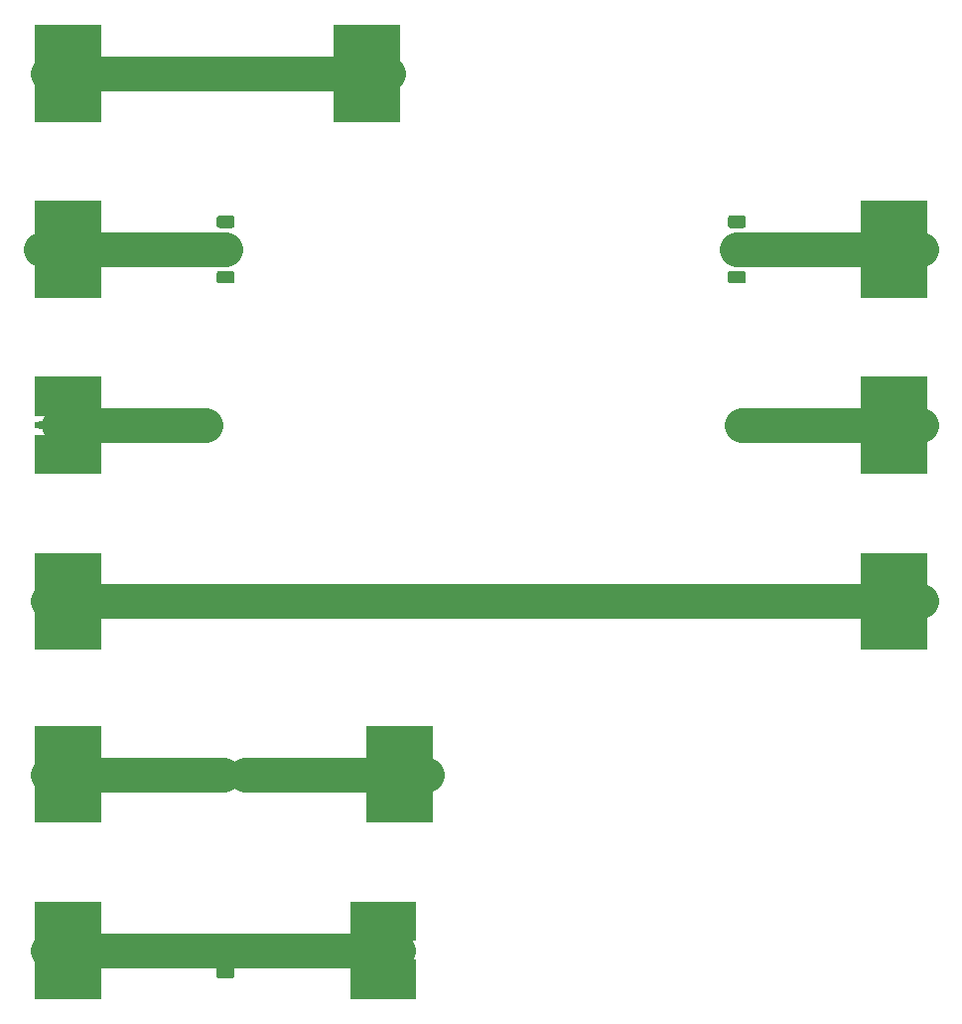
<source format=gts>
G04 #@! TF.GenerationSoftware,KiCad,Pcbnew,(5.1.5)-2*
G04 #@! TF.CreationDate,2020-02-16T11:04:41+01:00*
G04 #@! TF.ProjectId,OSHPark_4Layers_trl-board_v0_1,4f534850-6172-46b5-9f34-4c6179657273,rev?*
G04 #@! TF.SameCoordinates,Original*
G04 #@! TF.FileFunction,Soldermask,Top*
G04 #@! TF.FilePolarity,Negative*
%FSLAX46Y46*%
G04 Gerber Fmt 4.6, Leading zero omitted, Abs format (unit mm)*
G04 Created by KiCad (PCBNEW (5.1.5)-2) date 2020-02-16 11:04:41*
%MOMM*%
%LPD*%
G04 APERTURE LIST*
%ADD10C,3.000000*%
%ADD11C,0.645160*%
%ADD12C,0.152400*%
G04 APERTURE END LIST*
D10*
X199175500Y-105250000D02*
X183420000Y-105250000D01*
X199200000Y-165000000D02*
X213900000Y-165000000D01*
D11*
X214955500Y-165000000D02*
X213900000Y-165000000D01*
D10*
X184000000Y-165000000D02*
X199200000Y-165000000D01*
X200862500Y-150000000D02*
X216385500Y-150000000D01*
X184000000Y-150000000D02*
X198987500Y-150000000D01*
X258555500Y-120250000D02*
X243250000Y-120250000D01*
X258555500Y-105250000D02*
X242800000Y-105250000D01*
D11*
X184000000Y-135250000D02*
X183440000Y-135250000D01*
D10*
X184000000Y-135250000D02*
X258555500Y-135250000D01*
D11*
X183444500Y-120250000D02*
X185000000Y-120250000D01*
D10*
X185000000Y-120250000D02*
X197500000Y-120250000D01*
X184000000Y-90250000D02*
X213100000Y-90250000D01*
D12*
G36*
X215451000Y-169127700D02*
G01*
X209811800Y-169127700D01*
X209811800Y-165799900D01*
X215451000Y-165799900D01*
X215451000Y-169127700D01*
G37*
G36*
X188588200Y-169127700D02*
G01*
X182949000Y-169127700D01*
X182949000Y-165799900D01*
X188588200Y-165799900D01*
X188588200Y-169127700D01*
G37*
G36*
X199764871Y-166341303D02*
G01*
X199808165Y-166354436D01*
X199848070Y-166375766D01*
X199883038Y-166404462D01*
X199911734Y-166439430D01*
X199933064Y-166479335D01*
X199946197Y-166522629D01*
X199951000Y-166571393D01*
X199951000Y-167178607D01*
X199946197Y-167227371D01*
X199933064Y-167270665D01*
X199911734Y-167310570D01*
X199883038Y-167345538D01*
X199848070Y-167374234D01*
X199808165Y-167395564D01*
X199764871Y-167408697D01*
X199716107Y-167413500D01*
X198683893Y-167413500D01*
X198635129Y-167408697D01*
X198591835Y-167395564D01*
X198551930Y-167374234D01*
X198516962Y-167345538D01*
X198488266Y-167310570D01*
X198466936Y-167270665D01*
X198453803Y-167227371D01*
X198449000Y-167178607D01*
X198449000Y-166571393D01*
X198453803Y-166522629D01*
X198466936Y-166479335D01*
X198488266Y-166439430D01*
X198516962Y-166404462D01*
X198551930Y-166375766D01*
X198591835Y-166354436D01*
X198635129Y-166341303D01*
X198683893Y-166336500D01*
X199716107Y-166336500D01*
X199764871Y-166341303D01*
G37*
G36*
X199764871Y-164466303D02*
G01*
X199808165Y-164479436D01*
X199848070Y-164500766D01*
X199883038Y-164529462D01*
X199911734Y-164564430D01*
X199933064Y-164604335D01*
X199946197Y-164647629D01*
X199951000Y-164696393D01*
X199951000Y-165303607D01*
X199946197Y-165352371D01*
X199933064Y-165395665D01*
X199911734Y-165435570D01*
X199883038Y-165470538D01*
X199848070Y-165499234D01*
X199808165Y-165520564D01*
X199764871Y-165533697D01*
X199716107Y-165538500D01*
X198683893Y-165538500D01*
X198635129Y-165533697D01*
X198591835Y-165520564D01*
X198551930Y-165499234D01*
X198516962Y-165470538D01*
X198488266Y-165435570D01*
X198466936Y-165395665D01*
X198453803Y-165352371D01*
X198449000Y-165303607D01*
X198449000Y-164696393D01*
X198453803Y-164647629D01*
X198466936Y-164604335D01*
X198488266Y-164564430D01*
X198516962Y-164529462D01*
X198551930Y-164500766D01*
X198591835Y-164479436D01*
X198635129Y-164466303D01*
X198683893Y-164461500D01*
X199716107Y-164461500D01*
X199764871Y-164466303D01*
G37*
G36*
X215451000Y-165254200D02*
G01*
X214460000Y-165254200D01*
X214460000Y-164745800D01*
X215451000Y-164745800D01*
X215451000Y-165254200D01*
G37*
G36*
X183940000Y-165254200D02*
G01*
X182949000Y-165254200D01*
X182949000Y-164745800D01*
X183940000Y-164745800D01*
X183940000Y-165254200D01*
G37*
G36*
X215451000Y-164200100D02*
G01*
X209811800Y-164200100D01*
X209811800Y-160872300D01*
X215451000Y-160872300D01*
X215451000Y-164200100D01*
G37*
G36*
X188588200Y-164200100D02*
G01*
X182949000Y-164200100D01*
X182949000Y-160872300D01*
X188588200Y-160872300D01*
X188588200Y-164200100D01*
G37*
G36*
X188588200Y-154127700D02*
G01*
X182949000Y-154127700D01*
X182949000Y-150799900D01*
X188588200Y-150799900D01*
X188588200Y-154127700D01*
G37*
G36*
X216881000Y-154127700D02*
G01*
X211241800Y-154127700D01*
X211241800Y-150799900D01*
X216881000Y-150799900D01*
X216881000Y-154127700D01*
G37*
G36*
X201214871Y-149253803D02*
G01*
X201258165Y-149266936D01*
X201298070Y-149288266D01*
X201333038Y-149316962D01*
X201361734Y-149351930D01*
X201383064Y-149391835D01*
X201396197Y-149435129D01*
X201401000Y-149483893D01*
X201401000Y-150516107D01*
X201396197Y-150564871D01*
X201383064Y-150608165D01*
X201361734Y-150648070D01*
X201333038Y-150683038D01*
X201298070Y-150711734D01*
X201258165Y-150733064D01*
X201214871Y-150746197D01*
X201166107Y-150751000D01*
X200558893Y-150751000D01*
X200510129Y-150746197D01*
X200466835Y-150733064D01*
X200426930Y-150711734D01*
X200391962Y-150683038D01*
X200363266Y-150648070D01*
X200341936Y-150608165D01*
X200328803Y-150564871D01*
X200324000Y-150516107D01*
X200324000Y-149483893D01*
X200328803Y-149435129D01*
X200341936Y-149391835D01*
X200363266Y-149351930D01*
X200391962Y-149316962D01*
X200426930Y-149288266D01*
X200466835Y-149266936D01*
X200510129Y-149253803D01*
X200558893Y-149249000D01*
X201166107Y-149249000D01*
X201214871Y-149253803D01*
G37*
G36*
X199339871Y-149253803D02*
G01*
X199383165Y-149266936D01*
X199423070Y-149288266D01*
X199458038Y-149316962D01*
X199486734Y-149351930D01*
X199508064Y-149391835D01*
X199521197Y-149435129D01*
X199526000Y-149483893D01*
X199526000Y-150516107D01*
X199521197Y-150564871D01*
X199508064Y-150608165D01*
X199486734Y-150648070D01*
X199458038Y-150683038D01*
X199423070Y-150711734D01*
X199383165Y-150733064D01*
X199339871Y-150746197D01*
X199291107Y-150751000D01*
X198683893Y-150751000D01*
X198635129Y-150746197D01*
X198591835Y-150733064D01*
X198551930Y-150711734D01*
X198516962Y-150683038D01*
X198488266Y-150648070D01*
X198466936Y-150608165D01*
X198453803Y-150564871D01*
X198449000Y-150516107D01*
X198449000Y-149483893D01*
X198453803Y-149435129D01*
X198466936Y-149391835D01*
X198488266Y-149351930D01*
X198516962Y-149316962D01*
X198551930Y-149288266D01*
X198591835Y-149266936D01*
X198635129Y-149253803D01*
X198683893Y-149249000D01*
X199291107Y-149249000D01*
X199339871Y-149253803D01*
G37*
G36*
X216881000Y-150254200D02*
G01*
X215890000Y-150254200D01*
X215890000Y-149745800D01*
X216881000Y-149745800D01*
X216881000Y-150254200D01*
G37*
G36*
X183940000Y-150254200D02*
G01*
X182949000Y-150254200D01*
X182949000Y-149745800D01*
X183940000Y-149745800D01*
X183940000Y-150254200D01*
G37*
G36*
X216881000Y-149200100D02*
G01*
X211241800Y-149200100D01*
X211241800Y-145872300D01*
X216881000Y-145872300D01*
X216881000Y-149200100D01*
G37*
G36*
X188588200Y-149200100D02*
G01*
X182949000Y-149200100D01*
X182949000Y-145872300D01*
X188588200Y-145872300D01*
X188588200Y-149200100D01*
G37*
G36*
X188588200Y-139377700D02*
G01*
X182949000Y-139377700D01*
X182949000Y-136049900D01*
X188588200Y-136049900D01*
X188588200Y-139377700D01*
G37*
G36*
X259051000Y-139377700D02*
G01*
X253411800Y-139377700D01*
X253411800Y-136049900D01*
X259051000Y-136049900D01*
X259051000Y-139377700D01*
G37*
G36*
X259051000Y-135504200D02*
G01*
X258060000Y-135504200D01*
X258060000Y-134995800D01*
X259051000Y-134995800D01*
X259051000Y-135504200D01*
G37*
G36*
X183940000Y-135504200D02*
G01*
X182949000Y-135504200D01*
X182949000Y-134995800D01*
X183940000Y-134995800D01*
X183940000Y-135504200D01*
G37*
G36*
X259051000Y-134450100D02*
G01*
X253411800Y-134450100D01*
X253411800Y-131122300D01*
X259051000Y-131122300D01*
X259051000Y-134450100D01*
G37*
G36*
X188588200Y-134450100D02*
G01*
X182949000Y-134450100D01*
X182949000Y-131122300D01*
X188588200Y-131122300D01*
X188588200Y-134450100D01*
G37*
G36*
X259051000Y-124377700D02*
G01*
X253411800Y-124377700D01*
X253411800Y-121049900D01*
X259051000Y-121049900D01*
X259051000Y-124377700D01*
G37*
G36*
X188588200Y-124377700D02*
G01*
X182949000Y-124377700D01*
X182949000Y-121049900D01*
X188588200Y-121049900D01*
X188588200Y-124377700D01*
G37*
G36*
X183940000Y-120504200D02*
G01*
X182949000Y-120504200D01*
X182949000Y-119995800D01*
X183940000Y-119995800D01*
X183940000Y-120504200D01*
G37*
G36*
X259051000Y-120504200D02*
G01*
X258060000Y-120504200D01*
X258060000Y-119995800D01*
X259051000Y-119995800D01*
X259051000Y-120504200D01*
G37*
G36*
X188588200Y-119450100D02*
G01*
X182949000Y-119450100D01*
X182949000Y-116122300D01*
X188588200Y-116122300D01*
X188588200Y-119450100D01*
G37*
G36*
X259051000Y-119450100D02*
G01*
X253411800Y-119450100D01*
X253411800Y-116122300D01*
X259051000Y-116122300D01*
X259051000Y-119450100D01*
G37*
G36*
X259051000Y-109377700D02*
G01*
X253411800Y-109377700D01*
X253411800Y-106049900D01*
X259051000Y-106049900D01*
X259051000Y-109377700D01*
G37*
G36*
X188588200Y-109377700D02*
G01*
X182949000Y-109377700D01*
X182949000Y-106049900D01*
X188588200Y-106049900D01*
X188588200Y-109377700D01*
G37*
G36*
X199764871Y-107078803D02*
G01*
X199808165Y-107091936D01*
X199848070Y-107113266D01*
X199883038Y-107141962D01*
X199911734Y-107176930D01*
X199933064Y-107216835D01*
X199946197Y-107260129D01*
X199951000Y-107308893D01*
X199951000Y-107916107D01*
X199946197Y-107964871D01*
X199933064Y-108008165D01*
X199911734Y-108048070D01*
X199883038Y-108083038D01*
X199848070Y-108111734D01*
X199808165Y-108133064D01*
X199764871Y-108146197D01*
X199716107Y-108151000D01*
X198683893Y-108151000D01*
X198635129Y-108146197D01*
X198591835Y-108133064D01*
X198551930Y-108111734D01*
X198516962Y-108083038D01*
X198488266Y-108048070D01*
X198466936Y-108008165D01*
X198453803Y-107964871D01*
X198449000Y-107916107D01*
X198449000Y-107308893D01*
X198453803Y-107260129D01*
X198466936Y-107216835D01*
X198488266Y-107176930D01*
X198516962Y-107141962D01*
X198551930Y-107113266D01*
X198591835Y-107091936D01*
X198635129Y-107078803D01*
X198683893Y-107074000D01*
X199716107Y-107074000D01*
X199764871Y-107078803D01*
G37*
G36*
X243364871Y-107078803D02*
G01*
X243408165Y-107091936D01*
X243448070Y-107113266D01*
X243483038Y-107141962D01*
X243511734Y-107176930D01*
X243533064Y-107216835D01*
X243546197Y-107260129D01*
X243551000Y-107308893D01*
X243551000Y-107916107D01*
X243546197Y-107964871D01*
X243533064Y-108008165D01*
X243511734Y-108048070D01*
X243483038Y-108083038D01*
X243448070Y-108111734D01*
X243408165Y-108133064D01*
X243364871Y-108146197D01*
X243316107Y-108151000D01*
X242283893Y-108151000D01*
X242235129Y-108146197D01*
X242191835Y-108133064D01*
X242151930Y-108111734D01*
X242116962Y-108083038D01*
X242088266Y-108048070D01*
X242066936Y-108008165D01*
X242053803Y-107964871D01*
X242049000Y-107916107D01*
X242049000Y-107308893D01*
X242053803Y-107260129D01*
X242066936Y-107216835D01*
X242088266Y-107176930D01*
X242116962Y-107141962D01*
X242151930Y-107113266D01*
X242191835Y-107091936D01*
X242235129Y-107078803D01*
X242283893Y-107074000D01*
X243316107Y-107074000D01*
X243364871Y-107078803D01*
G37*
G36*
X243364871Y-104228803D02*
G01*
X243408165Y-104241936D01*
X243448070Y-104263266D01*
X243483038Y-104291962D01*
X243511734Y-104326930D01*
X243533064Y-104366835D01*
X243546197Y-104410129D01*
X243551000Y-104458893D01*
X243551000Y-105066107D01*
X243546197Y-105114871D01*
X243533064Y-105158165D01*
X243511736Y-105198066D01*
X243508787Y-105201660D01*
X243500488Y-105214080D01*
X243494772Y-105227881D01*
X243491858Y-105242532D01*
X243491858Y-105257469D01*
X243494772Y-105272120D01*
X243500489Y-105285920D01*
X243508787Y-105298340D01*
X243511736Y-105301934D01*
X243533064Y-105341835D01*
X243546197Y-105385129D01*
X243551000Y-105433893D01*
X243551000Y-106041107D01*
X243546197Y-106089871D01*
X243533064Y-106133165D01*
X243511734Y-106173070D01*
X243483038Y-106208038D01*
X243448070Y-106236734D01*
X243408165Y-106258064D01*
X243364871Y-106271197D01*
X243316107Y-106276000D01*
X242283893Y-106276000D01*
X242235129Y-106271197D01*
X242191835Y-106258064D01*
X242151930Y-106236734D01*
X242116962Y-106208038D01*
X242088266Y-106173070D01*
X242066936Y-106133165D01*
X242053803Y-106089871D01*
X242049000Y-106041107D01*
X242049000Y-105433893D01*
X242053803Y-105385129D01*
X242066936Y-105341835D01*
X242088264Y-105301934D01*
X242091213Y-105298340D01*
X242099512Y-105285920D01*
X242105228Y-105272119D01*
X242108142Y-105257468D01*
X242108142Y-105242531D01*
X242105228Y-105227880D01*
X242099511Y-105214080D01*
X242091213Y-105201660D01*
X242088264Y-105198066D01*
X242066936Y-105158165D01*
X242053803Y-105114871D01*
X242049000Y-105066107D01*
X242049000Y-104458893D01*
X242053803Y-104410129D01*
X242066936Y-104366835D01*
X242088266Y-104326930D01*
X242116962Y-104291962D01*
X242151930Y-104263266D01*
X242191835Y-104241936D01*
X242235129Y-104228803D01*
X242283893Y-104224000D01*
X243316107Y-104224000D01*
X243364871Y-104228803D01*
G37*
G36*
X199764871Y-104228803D02*
G01*
X199808165Y-104241936D01*
X199848070Y-104263266D01*
X199883038Y-104291962D01*
X199911734Y-104326930D01*
X199933064Y-104366835D01*
X199946197Y-104410129D01*
X199951000Y-104458893D01*
X199951000Y-105066107D01*
X199946197Y-105114871D01*
X199933064Y-105158165D01*
X199911736Y-105198066D01*
X199908787Y-105201660D01*
X199900488Y-105214080D01*
X199894772Y-105227881D01*
X199891858Y-105242532D01*
X199891858Y-105257469D01*
X199894772Y-105272120D01*
X199900489Y-105285920D01*
X199908787Y-105298340D01*
X199911736Y-105301934D01*
X199933064Y-105341835D01*
X199946197Y-105385129D01*
X199951000Y-105433893D01*
X199951000Y-106041107D01*
X199946197Y-106089871D01*
X199933064Y-106133165D01*
X199911734Y-106173070D01*
X199883038Y-106208038D01*
X199848070Y-106236734D01*
X199808165Y-106258064D01*
X199764871Y-106271197D01*
X199716107Y-106276000D01*
X198683893Y-106276000D01*
X198635129Y-106271197D01*
X198591835Y-106258064D01*
X198551930Y-106236734D01*
X198516962Y-106208038D01*
X198488266Y-106173070D01*
X198466936Y-106133165D01*
X198453803Y-106089871D01*
X198449000Y-106041107D01*
X198449000Y-105433893D01*
X198453803Y-105385129D01*
X198466936Y-105341835D01*
X198488264Y-105301934D01*
X198491213Y-105298340D01*
X198499512Y-105285920D01*
X198505228Y-105272119D01*
X198508142Y-105257468D01*
X198508142Y-105242531D01*
X198505228Y-105227880D01*
X198499511Y-105214080D01*
X198491213Y-105201660D01*
X198488264Y-105198066D01*
X198466936Y-105158165D01*
X198453803Y-105114871D01*
X198449000Y-105066107D01*
X198449000Y-104458893D01*
X198453803Y-104410129D01*
X198466936Y-104366835D01*
X198488266Y-104326930D01*
X198516962Y-104291962D01*
X198551930Y-104263266D01*
X198591835Y-104241936D01*
X198635129Y-104228803D01*
X198683893Y-104224000D01*
X199716107Y-104224000D01*
X199764871Y-104228803D01*
G37*
G36*
X259051000Y-105504200D02*
G01*
X258060000Y-105504200D01*
X258060000Y-104995800D01*
X259051000Y-104995800D01*
X259051000Y-105504200D01*
G37*
G36*
X183940000Y-105504200D02*
G01*
X182949000Y-105504200D01*
X182949000Y-104995800D01*
X183940000Y-104995800D01*
X183940000Y-105504200D01*
G37*
G36*
X259051000Y-104450100D02*
G01*
X253411800Y-104450100D01*
X253411800Y-101122300D01*
X259051000Y-101122300D01*
X259051000Y-104450100D01*
G37*
G36*
X188588200Y-104450100D02*
G01*
X182949000Y-104450100D01*
X182949000Y-101122300D01*
X188588200Y-101122300D01*
X188588200Y-104450100D01*
G37*
G36*
X243364871Y-102353803D02*
G01*
X243408165Y-102366936D01*
X243448070Y-102388266D01*
X243483038Y-102416962D01*
X243511734Y-102451930D01*
X243533064Y-102491835D01*
X243546197Y-102535129D01*
X243551000Y-102583893D01*
X243551000Y-103191107D01*
X243546197Y-103239871D01*
X243533064Y-103283165D01*
X243511734Y-103323070D01*
X243483038Y-103358038D01*
X243448070Y-103386734D01*
X243408165Y-103408064D01*
X243364871Y-103421197D01*
X243316107Y-103426000D01*
X242283893Y-103426000D01*
X242235129Y-103421197D01*
X242191835Y-103408064D01*
X242151930Y-103386734D01*
X242116962Y-103358038D01*
X242088266Y-103323070D01*
X242066936Y-103283165D01*
X242053803Y-103239871D01*
X242049000Y-103191107D01*
X242049000Y-102583893D01*
X242053803Y-102535129D01*
X242066936Y-102491835D01*
X242088266Y-102451930D01*
X242116962Y-102416962D01*
X242151930Y-102388266D01*
X242191835Y-102366936D01*
X242235129Y-102353803D01*
X242283893Y-102349000D01*
X243316107Y-102349000D01*
X243364871Y-102353803D01*
G37*
G36*
X199764871Y-102353803D02*
G01*
X199808165Y-102366936D01*
X199848070Y-102388266D01*
X199883038Y-102416962D01*
X199911734Y-102451930D01*
X199933064Y-102491835D01*
X199946197Y-102535129D01*
X199951000Y-102583893D01*
X199951000Y-103191107D01*
X199946197Y-103239871D01*
X199933064Y-103283165D01*
X199911734Y-103323070D01*
X199883038Y-103358038D01*
X199848070Y-103386734D01*
X199808165Y-103408064D01*
X199764871Y-103421197D01*
X199716107Y-103426000D01*
X198683893Y-103426000D01*
X198635129Y-103421197D01*
X198591835Y-103408064D01*
X198551930Y-103386734D01*
X198516962Y-103358038D01*
X198488266Y-103323070D01*
X198466936Y-103283165D01*
X198453803Y-103239871D01*
X198449000Y-103191107D01*
X198449000Y-102583893D01*
X198453803Y-102535129D01*
X198466936Y-102491835D01*
X198488266Y-102451930D01*
X198516962Y-102416962D01*
X198551930Y-102388266D01*
X198591835Y-102366936D01*
X198635129Y-102353803D01*
X198683893Y-102349000D01*
X199716107Y-102349000D01*
X199764871Y-102353803D01*
G37*
G36*
X214051000Y-94377700D02*
G01*
X208411800Y-94377700D01*
X208411800Y-91049900D01*
X214051000Y-91049900D01*
X214051000Y-94377700D01*
G37*
G36*
X188588200Y-94377700D02*
G01*
X182949000Y-94377700D01*
X182949000Y-91049900D01*
X188588200Y-91049900D01*
X188588200Y-94377700D01*
G37*
G36*
X214051000Y-90504200D02*
G01*
X213060000Y-90504200D01*
X213060000Y-89995800D01*
X214051000Y-89995800D01*
X214051000Y-90504200D01*
G37*
G36*
X183940000Y-90504200D02*
G01*
X182949000Y-90504200D01*
X182949000Y-89995800D01*
X183940000Y-89995800D01*
X183940000Y-90504200D01*
G37*
G36*
X188588200Y-89450100D02*
G01*
X182949000Y-89450100D01*
X182949000Y-86122300D01*
X188588200Y-86122300D01*
X188588200Y-89450100D01*
G37*
G36*
X214051000Y-89450100D02*
G01*
X208411800Y-89450100D01*
X208411800Y-86122300D01*
X214051000Y-86122300D01*
X214051000Y-89450100D01*
G37*
M02*

</source>
